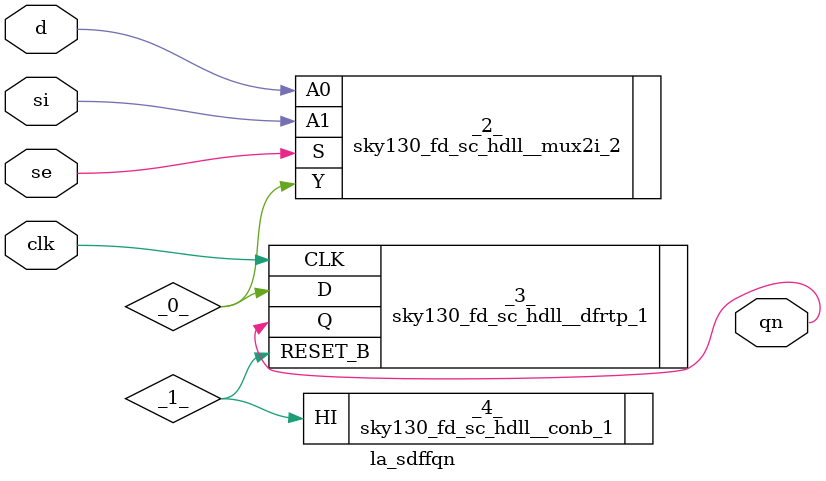
<source format=v>

/* Generated by Yosys 0.44 (git sha1 80ba43d26, g++ 11.4.0-1ubuntu1~22.04 -fPIC -O3) */

(* top =  1  *)
(* src = "inputs/la_sdffqn.v:11.1-23.10" *)
module la_sdffqn (
    d,
    si,
    se,
    clk,
    qn
);
  (* src = "inputs/la_sdffqn.v:21.3-21.45" *)
  wire _0_;
  wire _1_;
  (* src = "inputs/la_sdffqn.v:17.16-17.19" *)
  input clk;
  wire clk;
  (* src = "inputs/la_sdffqn.v:14.16-14.17" *)
  input d;
  wire d;
  (* src = "inputs/la_sdffqn.v:18.16-18.18" *)
  output qn;
  wire qn;
  (* src = "inputs/la_sdffqn.v:16.16-16.18" *)
  input se;
  wire se;
  (* src = "inputs/la_sdffqn.v:15.16-15.18" *)
  input si;
  wire si;
  sky130_fd_sc_hdll__mux2i_2 _2_ (
      .A0(d),
      .A1(si),
      .S (se),
      .Y (_0_)
  );
  (* src = "inputs/la_sdffqn.v:21.3-21.45" *)
  sky130_fd_sc_hdll__dfrtp_1 _3_ (
      .CLK(clk),
      .D(_0_),
      .Q(qn),
      .RESET_B(_1_)
  );
  sky130_fd_sc_hdll__conb_1 _4_ (.HI(_1_));
endmodule

</source>
